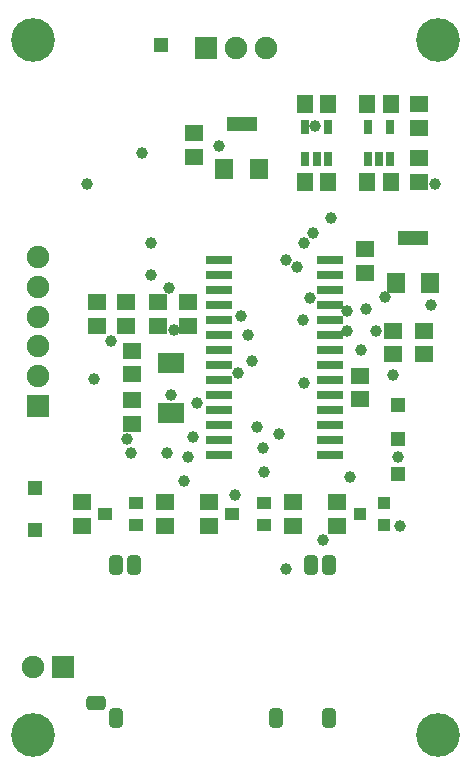
<source format=gts>
%FSLAX44Y44*%
%MOMM*%
G71*
G01*
G75*
G04 Layer_Color=8388736*
%ADD10R,1.3000X1.2000*%
%ADD11R,1.0000X1.0000*%
%ADD12R,1.0000X0.8000*%
%ADD13R,2.0000X1.6000*%
%ADD14R,1.0000X1.0000*%
G04:AMPARAMS|DCode=15|XSize=1.5mm|YSize=1mm|CornerRadius=0.25mm|HoleSize=0mm|Usage=FLASHONLY|Rotation=270.000|XOffset=0mm|YOffset=0mm|HoleType=Round|Shape=RoundedRectangle|*
%AMROUNDEDRECTD15*
21,1,1.5000,0.5000,0,0,270.0*
21,1,1.0000,1.0000,0,0,270.0*
1,1,0.5000,-0.2500,-0.5000*
1,1,0.5000,-0.2500,0.5000*
1,1,0.5000,0.2500,0.5000*
1,1,0.5000,0.2500,-0.5000*
%
%ADD15ROUNDEDRECTD15*%
G04:AMPARAMS|DCode=16|XSize=1.5mm|YSize=1mm|CornerRadius=0.25mm|HoleSize=0mm|Usage=FLASHONLY|Rotation=180.000|XOffset=0mm|YOffset=0mm|HoleType=Round|Shape=RoundedRectangle|*
%AMROUNDEDRECTD16*
21,1,1.5000,0.5000,0,0,180.0*
21,1,1.0000,1.0000,0,0,180.0*
1,1,0.5000,-0.5000,0.2500*
1,1,0.5000,0.5000,0.2500*
1,1,0.5000,0.5000,-0.2500*
1,1,0.5000,-0.5000,-0.2500*
%
%ADD16ROUNDEDRECTD16*%
%ADD17R,2.0000X0.6000*%
%ADD18R,0.9000X0.8000*%
%ADD19R,1.3000X1.5000*%
%ADD20R,2.4000X1.1000*%
%ADD21R,1.2000X1.3000*%
%ADD22R,0.6000X1.0000*%
%ADD23C,0.2540*%
%ADD24C,1.7000*%
%ADD25R,1.7000X1.7000*%
%ADD26R,1.7000X1.7000*%
%ADD27C,3.5000*%
%ADD28C,0.8000*%
%ADD29C,0.2500*%
%ADD30C,0.6000*%
%ADD31C,0.1524*%
%ADD32C,0.2000*%
%ADD33R,1.5032X1.4032*%
%ADD34R,1.2032X1.2032*%
%ADD35R,1.2032X1.0032*%
%ADD36R,2.2032X1.8032*%
%ADD37R,1.2032X1.2032*%
G04:AMPARAMS|DCode=38|XSize=1.7032mm|YSize=1.2032mm|CornerRadius=0.3516mm|HoleSize=0mm|Usage=FLASHONLY|Rotation=270.000|XOffset=0mm|YOffset=0mm|HoleType=Round|Shape=RoundedRectangle|*
%AMROUNDEDRECTD38*
21,1,1.7032,0.5000,0,0,270.0*
21,1,1.0000,1.2032,0,0,270.0*
1,1,0.7032,-0.2500,-0.5000*
1,1,0.7032,-0.2500,0.5000*
1,1,0.7032,0.2500,0.5000*
1,1,0.7032,0.2500,-0.5000*
%
%ADD38ROUNDEDRECTD38*%
G04:AMPARAMS|DCode=39|XSize=1.7032mm|YSize=1.2032mm|CornerRadius=0.3516mm|HoleSize=0mm|Usage=FLASHONLY|Rotation=180.000|XOffset=0mm|YOffset=0mm|HoleType=Round|Shape=RoundedRectangle|*
%AMROUNDEDRECTD39*
21,1,1.7032,0.5000,0,0,180.0*
21,1,1.0000,1.2032,0,0,180.0*
1,1,0.7032,-0.5000,0.2500*
1,1,0.7032,0.5000,0.2500*
1,1,0.7032,0.5000,-0.2500*
1,1,0.7032,-0.5000,-0.2500*
%
%ADD39ROUNDEDRECTD39*%
%ADD40R,2.2032X0.8032*%
%ADD41R,1.1032X1.0032*%
%ADD42R,1.5032X1.7032*%
%ADD43R,2.6032X1.3032*%
%ADD44R,1.4032X1.5032*%
%ADD45R,0.8032X1.2032*%
%ADD46C,1.9032*%
%ADD47R,1.9032X1.9032*%
%ADD48R,1.9032X1.9032*%
%ADD49C,3.7032*%
%ADD50C,1.0032*%
D33*
X1353000Y930000D02*
D03*
Y910000D02*
D03*
X1175000Y593000D02*
D03*
Y573000D02*
D03*
X1246000D02*
D03*
Y593000D02*
D03*
X1067000Y573000D02*
D03*
Y593000D02*
D03*
X1138000Y573000D02*
D03*
Y593000D02*
D03*
X1105000Y742000D02*
D03*
Y762000D02*
D03*
X1080000D02*
D03*
Y742000D02*
D03*
X1357000Y738000D02*
D03*
Y718000D02*
D03*
X1132000Y762000D02*
D03*
Y742000D02*
D03*
X1303000Y680000D02*
D03*
Y700000D02*
D03*
X1157000Y762000D02*
D03*
Y742000D02*
D03*
X1331000Y718000D02*
D03*
Y738000D02*
D03*
X1110000Y679000D02*
D03*
Y659000D02*
D03*
X1110000Y701000D02*
D03*
Y721000D02*
D03*
X1283000Y573000D02*
D03*
Y593000D02*
D03*
X1162000Y905000D02*
D03*
Y885000D02*
D03*
X1353000Y884000D02*
D03*
Y864000D02*
D03*
X1307000Y787000D02*
D03*
Y807000D02*
D03*
D34*
X1134000Y980000D02*
D03*
X1028000Y569000D02*
D03*
X1027650Y604690D02*
D03*
D35*
X1221500Y573500D02*
D03*
Y592500D02*
D03*
X1194500Y583000D02*
D03*
X1113500Y573500D02*
D03*
Y592500D02*
D03*
X1086500Y583000D02*
D03*
D36*
X1143000Y668500D02*
D03*
Y710750D02*
D03*
D37*
X1335000Y617000D02*
D03*
Y646000D02*
D03*
Y675000D02*
D03*
D38*
X1096500Y540000D02*
D03*
X1276500Y410000D02*
D03*
X1231500D02*
D03*
X1096500D02*
D03*
X1111500Y540000D02*
D03*
X1261500D02*
D03*
X1276500D02*
D03*
D39*
X1079000Y422500D02*
D03*
D40*
X1277000Y632450D02*
D03*
Y645150D02*
D03*
Y657850D02*
D03*
Y670550D02*
D03*
Y683250D02*
D03*
Y695950D02*
D03*
Y708650D02*
D03*
Y721350D02*
D03*
Y734050D02*
D03*
Y746750D02*
D03*
Y759450D02*
D03*
Y772150D02*
D03*
Y784850D02*
D03*
Y797550D02*
D03*
X1183000Y632450D02*
D03*
Y645150D02*
D03*
Y657850D02*
D03*
Y670550D02*
D03*
Y683250D02*
D03*
Y695950D02*
D03*
Y708650D02*
D03*
Y721350D02*
D03*
Y734050D02*
D03*
Y746750D02*
D03*
Y759450D02*
D03*
Y772150D02*
D03*
Y784850D02*
D03*
Y797550D02*
D03*
D41*
X1323000Y573500D02*
D03*
Y592500D02*
D03*
X1303000Y583000D02*
D03*
D42*
X1188000Y875000D02*
D03*
X1217000D02*
D03*
X1333000Y778000D02*
D03*
X1362000D02*
D03*
D43*
X1202500Y913250D02*
D03*
X1347500Y816250D02*
D03*
D44*
X1276000Y930000D02*
D03*
X1256000D02*
D03*
X1329000D02*
D03*
X1309000D02*
D03*
X1276000Y864000D02*
D03*
X1256000D02*
D03*
X1309000D02*
D03*
X1329000D02*
D03*
D45*
X1256500Y883250D02*
D03*
X1266000D02*
D03*
X1275500D02*
D03*
Y910750D02*
D03*
X1256500D02*
D03*
X1309500Y883250D02*
D03*
X1319000D02*
D03*
X1328500D02*
D03*
Y910750D02*
D03*
X1309500D02*
D03*
D46*
X1223050Y977250D02*
D03*
X1197650D02*
D03*
X1025600Y453000D02*
D03*
X1030000Y749850D02*
D03*
Y800650D02*
D03*
Y775250D02*
D03*
Y699400D02*
D03*
Y724800D02*
D03*
D47*
X1172250Y977250D02*
D03*
X1051000Y453000D02*
D03*
D48*
X1030000Y674000D02*
D03*
D49*
X1026000Y984000D02*
D03*
X1369000D02*
D03*
Y396000D02*
D03*
X1026000D02*
D03*
D50*
X1271524Y560578D02*
D03*
X1264412Y911352D02*
D03*
X1141222Y774446D02*
D03*
X1307592Y756158D02*
D03*
X1240028Y535940D02*
D03*
X1336548Y572516D02*
D03*
X1145540Y738886D02*
D03*
X1278382Y833120D02*
D03*
X1071880Y862076D02*
D03*
X1118128Y888492D02*
D03*
X1153414Y610362D02*
D03*
X1105154Y645922D02*
D03*
X1091946Y729488D02*
D03*
X1164844Y676910D02*
D03*
X1161288Y647954D02*
D03*
X1335000Y631444D02*
D03*
X1294384Y614172D02*
D03*
X1156970Y631190D02*
D03*
X1239774Y797814D02*
D03*
X1260348Y765302D02*
D03*
X1202182Y750080D02*
D03*
X1316736Y738124D02*
D03*
X1197356Y598742D02*
D03*
X1362964Y759460D02*
D03*
X1291844Y737616D02*
D03*
Y754888D02*
D03*
X1255776Y693674D02*
D03*
X1323594Y766572D02*
D03*
X1366266Y861822D02*
D03*
X1139698Y634746D02*
D03*
X1108964D02*
D03*
X1077468Y697484D02*
D03*
X1183132Y894080D02*
D03*
X1142492Y683260D02*
D03*
X1221486Y617982D02*
D03*
X1303528Y721360D02*
D03*
X1220470Y638302D02*
D03*
X1208278Y734000D02*
D03*
X1199642Y701802D02*
D03*
X1254242Y746750D02*
D03*
X1211072Y711962D02*
D03*
X1215390Y656128D02*
D03*
X1255268Y812546D02*
D03*
X1125474D02*
D03*
Y784860D02*
D03*
X1249172Y792226D02*
D03*
X1263190Y820611D02*
D03*
X1331000Y700532D02*
D03*
X1234440Y650795D02*
D03*
M02*

</source>
